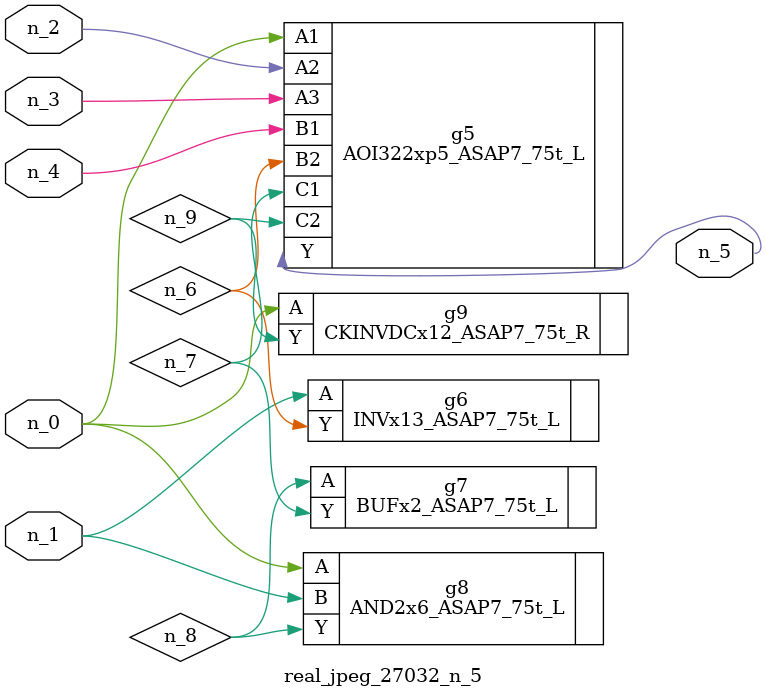
<source format=v>
module real_jpeg_27032_n_5 (n_4, n_0, n_1, n_2, n_3, n_5);

input n_4;
input n_0;
input n_1;
input n_2;
input n_3;

output n_5;

wire n_8;
wire n_6;
wire n_7;
wire n_9;

AOI322xp5_ASAP7_75t_L g5 ( 
.A1(n_0),
.A2(n_2),
.A3(n_3),
.B1(n_4),
.B2(n_6),
.C1(n_7),
.C2(n_9),
.Y(n_5)
);

AND2x6_ASAP7_75t_L g8 ( 
.A(n_0),
.B(n_1),
.Y(n_8)
);

CKINVDCx12_ASAP7_75t_R g9 ( 
.A(n_0),
.Y(n_9)
);

INVx13_ASAP7_75t_L g6 ( 
.A(n_1),
.Y(n_6)
);

BUFx2_ASAP7_75t_L g7 ( 
.A(n_8),
.Y(n_7)
);


endmodule
</source>
